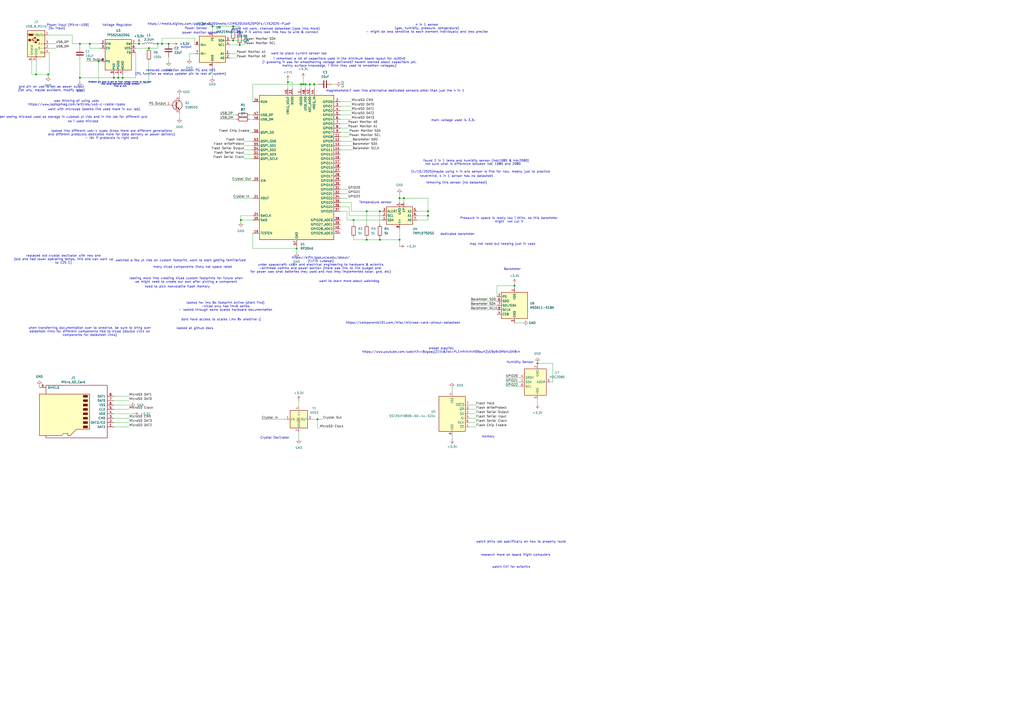
<source format=kicad_sch>
(kicad_sch (version 20250114) (generator "eeschema") (generator_version "9.0")
  (paper "A2")
  (lib_symbols
    (symbol "Connector:Micro_SD_Card" (pin_names (offset 1.016))
      (property "Reference" "J" (at -16.51 15.24 0))
      (property "Value" "Micro_SD_Card" (at 16.51 15.24 0))
      (symbol "Micro_SD_Card_0_1"
        (polyline (pts (xy -8.89 -11.43) (xy -8.89 8.89) (xy -1.27 8.89) (xy 2.54 12.7) (xy 3.81 12.7) (xy 3.81 11.43) (xy 6.35 11.43) (xy 7.62 12.7) (xy 20.32 12.7) (xy 20.32 -11.43) (xy -8.89 -11.43)) (stroke (width 0.254)) (fill (type background)))
        (rectangle (start -7.62 8.255) (end -5.08 6.985) (fill (type outline)))
        (rectangle (start -7.62 5.715) (end -5.08 4.445) (fill (type outline)))
        (rectangle (start -7.62 3.175) (end -5.08 1.905) (fill (type outline)))
        (rectangle (start -7.62 0.635) (end -5.08 -0.635) (fill (type outline)))
        (rectangle (start -7.62 -1.905) (end -5.08 -3.175) (fill (type outline)))
        (rectangle (start -7.62 -4.445) (end -5.08 -5.715) (fill (type outline)))
        (rectangle (start -7.62 -6.985) (end -5.08 -8.255) (fill (type outline)))
        (rectangle (start -7.62 -9.525) (end -5.08 -10.795) (fill (type outline)))
        (polyline (pts (xy 16.51 12.7) (xy 16.51 13.97) (xy -19.05 13.97) (xy -19.05 -16.51) (xy 16.51 -16.51) (xy 16.51 -11.43)) (stroke (width 0.254)))
      )
      (symbol "Micro_SD_Card_1_1"
        (pin bidirectional line (at -22.86 7.62 0) (length 3.81) (name "DAT2") (number "1"))
        (pin bidirectional line (at -22.86 5.08 0) (length 3.81) (name "DAT3/CD") (number "2"))
        (pin input line (at -22.86 2.54 0) (length 3.81) (name "CMD") (number "3"))
        (pin power_in line (at -22.86 0 0) (length 3.81) (name "VDD") (number "4"))
        (pin input line (at -22.86 -2.54 0) (length 3.81) (name "CLK") (number "5"))
        (pin power_in line (at -22.86 -5.08 0) (length 3.81) (name "VSS") (number "6"))
        (pin bidirectional line (at -22.86 -7.62 0) (length 3.81) (name "DAT0") (number "7"))
        (pin bidirectional line (at -22.86 -10.16 0) (length 3.81) (name "DAT1") (number "8"))
        (pin passive line (at 20.32 -15.24 180) (length 3.81) (name "SHIELD") (number "9"))
      )
    )
    (symbol "Connector:USB_B_Micro" (pin_names (offset 1.016))
      (property "Reference" "J2" (at 0 12.7 0))
      (property "Value" "USB_B_Micro" (at 0 10.16 0))
      (symbol "USB_B_Micro_0_1"
        (rectangle (start -5.08 -7.62) (end 5.08 7.62) (stroke (width 0.254)) (fill (type background)))
        (polyline (pts (xy -4.699 5.842) (xy -4.699 5.588) (xy -4.445 4.826) (xy -4.445 4.572) (xy -1.651 4.572) (xy -1.651 4.826) (xy -1.397 5.588) (xy -1.397 5.842) (xy -4.699 5.842)))
        (polyline (pts (xy -4.318 5.588) (xy -1.778 5.588) (xy -2.032 4.826) (xy -4.064 4.826) (xy -4.318 5.588)) (fill (type outline)))
        (circle (center -3.81 2.159) (radius 0.635) (stroke (width 0.254)) (fill (type outline)))
        (polyline (pts (xy -3.175 2.159) (xy -2.54 2.159) (xy -1.27 3.429) (xy -0.635 3.429)) (stroke (width 0.254)))
        (polyline (pts (xy -2.54 2.159) (xy -1.905 2.159) (xy -1.27 0.889) (xy 0 0.889)) (stroke (width 0.254)))
        (polyline (pts (xy -1.905 2.159) (xy 0.635 2.159)) (stroke (width 0.254)))
        (circle (center -0.635 3.429) (radius 0.381) (stroke (width 0.254)) (fill (type outline)))
        (rectangle (start -0.127 -7.62) (end 0.127 -6.858))
        (rectangle (start 0.254 1.27) (end -0.508 0.508) (stroke (width 0.254)) (fill (type outline)))
        (polyline (pts (xy 0.635 2.794) (xy 0.635 1.524) (xy 1.905 2.159) (xy 0.635 2.794)) (stroke (width 0.254)) (fill (type outline)))
        (rectangle (start 5.08 4.953) (end 4.318 5.207))
        (rectangle (start 5.08 -0.127) (end 4.318 0.127))
        (rectangle (start 5.08 -2.667) (end 4.318 -2.413))
        (rectangle (start 5.08 -5.207) (end 4.318 -4.953))
      )
      (symbol "USB_B_Micro_1_1"
        (pin passive line (at -2.54 -10.16 90) (length 2.54) (name "Shield") (number "6"))
        (pin power_out line (at 0 -10.16 90) (length 2.54) (name "GND") (number "5"))
        (pin power_out line (at 7.62 5.08 180) (length 2.54) (name "VBUS") (number "1"))
        (pin bidirectional line (at 7.62 0 180) (length 2.54) (name "D+") (number "3"))
        (pin bidirectional line (at 7.62 -2.54 180) (length 2.54) (name "D-") (number "2"))
        (pin passive line (at 7.62 -5.08 180) (length 2.54) (name "ID") (number "4"))
      )
    )
    (symbol "Device:C" (pin_numbers (hide yes)) (pin_names (offset 0.254))
      (property "Reference" "C" (at 0.635 2.54 0))
      (property "Value" "C" (at 0.635 -2.54 0))
      (symbol "C_0_1"
        (polyline (pts (xy -2.032 0.762) (xy 2.032 0.762)) (stroke (width 0.508)))
        (polyline (pts (xy -2.032 -0.762) (xy 2.032 -0.762)) (stroke (width 0.508)))
      )
      (symbol "C_1_1"
        (pin passive line (at 0 3.81 270) (length 2.794) (name "~") (number "1"))
        (pin passive line (at 0 -3.81 90) (length 2.794) (name "~") (number "2"))
      )
    )
    (symbol "Device:L" (pin_numbers (hide yes)) (pin_names (offset 1.016) (hide yes))
      (property "Reference" "L" (at -1.27 0 90))
      (property "Value" "L" (at 1.905 0 90))
      (symbol "L_0_1"
        (arc (start 0 2.54) (mid 0.6323 1.905) (end 0 1.27))
        (arc (start 0 1.27) (mid 0.6323 0.635) (end 0 0))
        (arc (start 0 0) (mid 0.6323 -0.635) (end 0 -1.27))
        (arc (start 0 -1.27) (mid 0.6323 -1.905) (end 0 -2.54))
      )
      (symbol "L_1_1"
        (pin passive line (at 0 3.81 270) (length 1.27) (name "1") (number "1"))
        (pin passive line (at 0 -3.81 90) (length 1.27) (name "2") (number "2"))
      )
    )
    (symbol "Device:R" (pin_numbers (hide yes)) (pin_names (offset 0))
      (property "Reference" "R" (at 2.032 0 90))
      (property "Value" "R" (at 0 0 90))
      (symbol "R_0_1"
        (rectangle (start -1.016 -2.54) (end 1.016 2.54) (stroke (width 0.254)))
      )
      (symbol "R_1_1"
        (pin passive line (at 0 3.81 270) (length 1.27) (name "~") (number "1"))
        (pin passive line (at 0 -3.81 90) (length 1.27) (name "~") (number "2"))
      )
    )
    (symbol "MCU_RaspberryPi:RP2040"
      (property "Reference" "U" (at 17.78 45.72 0))
      (property "Value" "RP2040" (at 17.78 43.18 0))
      (symbol "RP2040_0_1"
        (rectangle (start -21.59 41.91) (end 21.59 -41.91) (stroke (width 0.254)) (fill (type background)))
      )
      (symbol "RP2040_1_1"
        (pin input line (at -25.4 38.1 0) (length 3.81) (name "RUN") (number "26"))
        (pin bidirectional line (at -25.4 30.48 0) (length 3.81) (name "USB_DP") (number "47"))
        (pin bidirectional line (at -25.4 27.94 0) (length 3.81) (name "USB_DM") (number "46"))
        (pin bidirectional line (at -25.4 20.32 0) (length 3.81) (name "QSPI_SS") (number "56"))
        (pin bidirectional line (at -25.4 15.24 0) (length 3.81) (name "QSPI_SD0") (number "53"))
        (pin bidirectional line (at -25.4 12.7 0) (length 3.81) (name "QSPI_SD1") (number "55"))
        (pin bidirectional line (at -25.4 10.16 0) (length 3.81) (name "QSPI_SD2") (number "54"))
        (pin bidirectional line (at -25.4 7.62 0) (length 3.81) (name "QSPI_SD3") (number "51"))
        (pin output line (at -25.4 5.08 0) (length 3.81) (name "QSPI_SCLK") (number "52"))
        (pin input line (at -25.4 -7.62 0) (length 3.81) (name "XIN") (number "20"))
        (pin passive line (at -25.4 -17.78 0) (length 3.81) (name "XOUT") (number "21"))
        (pin input line (at -25.4 -27.94 0) (length 3.81) (name "SWCLK") (number "24"))
        (pin bidirectional line (at -25.4 -30.48 0) (length 3.81) (name "SWD") (number "25"))
        (pin input line (at -25.4 -38.1 0) (length 3.81) (name "TESTEN") (number "19"))
        (pin power_out line (at -5.08 45.72 270) (length 3.81) (name "VREG_VOUT") (number "45"))
        (pin power_in line (at -2.54 45.72 270) (length 3.81) (name "DVDD") (number "23"))
        (pin passive line (at -2.54 45.72 270) (length 3.81) (hide yes) (name "DVDD") (number "50"))
        (pin power_in line (at 0 -45.72 90) (length 3.81) (name "GND") (number "57"))
        (pin power_in line (at 2.54 45.72 270) (length 3.81) (name "IOVDD") (number "1"))
        (pin passive line (at 2.54 45.72 270) (length 3.81) (hide yes) (name "IOVDD") (number "10"))
        (pin passive line (at 2.54 45.72 270) (length 3.81) (hide yes) (name "IOVDD") (number "22"))
        (pin passive line (at 2.54 45.72 270) (length 3.81) (hide yes) (name "IOVDD") (number "33"))
        (pin passive line (at 2.54 45.72 270) (length 3.81) (hide yes) (name "IOVDD") (number "42"))
        (pin passive line (at 2.54 45.72 270) (length 3.81) (hide yes) (name "IOVDD") (number "49"))
        (pin power_in line (at 5.08 45.72 270) (length 3.81) (name "USB_VDD") (number "48"))
        (pin power_in line (at 7.62 45.72 270) (length 3.81) (name "ADC_AVDD") (number "43"))
        (pin power_in line (at 10.16 45.72 270) (length 3.81) (name "VREG_IN") (number "44"))
        (pin bidirectional line (at 25.4 38.1 180) (length 3.81) (name "GPIO0") (number "2"))
        (pin bidirectional line (at 25.4 35.56 180) (length 3.81) (name "GPIO1") (number "3"))
        (pin bidirectional line (at 25.4 33.02 180) (length 3.81) (name "GPIO2") (number "4"))
        (pin bidirectional line (at 25.4 30.48 180) (length 3.81) (name "GPIO3") (number "5"))
        (pin bidirectional line (at 25.4 27.94 180) (length 3.81) (name "GPIO4") (number "6"))
        (pin bidirectional line (at 25.4 25.4 180) (length 3.81) (name "GPIO5") (number "7"))
        (pin bidirectional line (at 25.4 22.86 180) (length 3.81) (name "GPIO6") (number "8"))
        (pin bidirectional line (at 25.4 20.32 180) (length 3.81) (name "GPIO7") (number "9"))
        (pin bidirectional line (at 25.4 17.78 180) (length 3.81) (name "GPIO8") (number "11"))
        (pin bidirectional line (at 25.4 15.24 180) (length 3.81) (name "GPIO9") (number "12"))
        (pin bidirectional line (at 25.4 12.7 180) (length 3.81) (name "GPIO10") (number "13"))
        (pin bidirectional line (at 25.4 10.16 180) (length 3.81) (name "GPIO11") (number "14"))
        (pin bidirectional line (at 25.4 7.62 180) (length 3.81) (name "GPIO12") (number "15"))
        (pin bidirectional line (at 25.4 5.08 180) (length 3.81) (name "GPIO13") (number "16"))
        (pin bidirectional line (at 25.4 2.54 180) (length 3.81) (name "GPIO14") (number "17"))
        (pin bidirectional line (at 25.4 0 180) (length 3.81) (name "GPIO15") (number "18"))
        (pin bidirectional line (at 25.4 -2.54 180) (length 3.81) (name "GPIO16") (number "27"))
        (pin bidirectional line (at 25.4 -5.08 180) (length 3.81) (name "GPIO17") (number "28"))
        (pin bidirectional line (at 25.4 -7.62 180) (length 3.81) (name "GPIO18") (number "29"))
        (pin bidirectional line (at 25.4 -10.16 180) (length 3.81) (name "GPIO19") (number "30"))
        (pin bidirectional line (at 25.4 -12.7 180) (length 3.81) (name "GPIO20") (number "31"))
        (pin bidirectional line (at 25.4 -15.24 180) (length 3.81) (name "GPIO21") (number "32"))
        (pin bidirectional line (at 25.4 -17.78 180) (length 3.81) (name "GPIO22") (number "34"))
        (pin bidirectional line (at 25.4 -20.32 180) (length 3.81) (name "GPIO23") (number "35"))
        (pin bidirectional line (at 25.4 -22.86 180) (length 3.81) (name "GPIO24") (number "36"))
        (pin bidirectional line (at 25.4 -25.4 180) (length 3.81) (name "GPIO25") (number "37"))
        (pin bidirectional line (at 25.4 -30.48 180) (length 3.81) (name "GPIO26_ADC0") (number "38"))
        (pin bidirectional line (at 25.4 -33.02 180) (length 3.81) (name "GPIO27_ADC1") (number "39"))
        (pin bidirectional line (at 25.4 -35.56 180) (length 3.81) (name "GPIO28_ADC2") (number "40"))
        (pin bidirectional line (at 25.4 -38.1 180) (length 3.81) (name "GPIO29_ADC3") (number "41"))
      )
    )
    (symbol "Memory_Flash:SST25VF080B-50-4x-S2Ax"
      (property "Reference" "U" (at -6.35 11.43 0))
      (property "Value" "SST25VF080B-50-4x-S2Ax" (at 13.97 11.43 0))
      (symbol "SST25VF080B-50-4x-S2Ax_0_1"
        (rectangle (start -7.62 10.16) (end 7.62 -10.16) (stroke (width 0.254)) (fill (type background)))
      )
      (symbol "SST25VF080B-50-4x-S2Ax_1_1"
        (pin input line (at -10.16 7.62 0) (length 2.54) (name "~{CE}") (number "1"))
        (pin input line (at -10.16 5.08 0) (length 2.54) (name "SCK") (number "6"))
        (pin input line (at -10.16 2.54 0) (length 2.54) (name "SI") (number "5"))
        (pin output line (at -10.16 0 0) (length 2.54) (name "SO") (number "2"))
        (pin input line (at -10.16 -2.54 0) (length 2.54) (name "~{WP}") (number "3"))
        (pin input line (at -10.16 -5.08 0) (length 2.54) (name "~{HOLD}") (number "7"))
        (pin power_in line (at 0 12.7 270) (length 2.54) (name "VDD") (number "8"))
        (pin power_in line (at 0 -12.7 90) (length 2.54) (name "VSS") (number "4"))
      )
    )
    (symbol "Oscillator:XO53" (pin_names (offset 0.254))
      (property "Reference" "Y" (at -5.08 6.35 0))
      (property "Value" "XO53" (at 1.27 -6.35 0))
      (symbol "XO53_0_1"
        (rectangle (start -5.08 5.08) (end 5.08 -5.08) (stroke (width 0.254)) (fill (type background)))
        (polyline (pts (xy 0.762 -0.762) (xy 0.508 -0.762) (xy 0.508 0.762) (xy 0 0.762) (xy 0 -0.762) (xy -0.508 -0.762) (xy -0.508 0.762) (xy -1.016 0.762) (xy -1.016 -0.762) (xy -1.27 -0.762)))
      )
      (symbol "XO53_1_1"
        (pin input line (at -7.62 0 0) (length 2.54) (name "EN") (number "1"))
        (pin power_in line (at 0 7.62 270) (length 2.54) (name "V+") (number "4"))
        (pin power_in line (at 0 -7.62 90) (length 2.54) (name "GND") (number "2"))
        (pin output line (at 7.62 0 180) (length 2.54) (name "OUT") (number "3"))
      )
    )
    (symbol "Regulator_Switching:TPS62162DSG" (pin_names (offset 0.254))
      (property "Reference" "U3" (at 0 15.24 0))
      (property "Value" "TPS62162DSG" (at 0 12.7 0))
      (symbol "TPS62162DSG_0_1"
        (rectangle (start -7.62 10.16) (end 7.62 -7.62) (stroke (width 0.254)) (fill (type background)))
      )
      (symbol "TPS62162DSG_1_1"
        (pin power_in line (at -10.16 7.62 0) (length 2.54) (name "VIN") (number "2"))
        (pin input line (at -10.16 5.08 0) (length 2.54) (name "EN") (number "3"))
        (pin open_collector line (at -10.16 -2.54 0) (length 2.54) (name "PG") (number "8"))
        (pin power_in line (at -2.54 -10.16 90) (length 2.54) (name "PAD") (number "9"))
        (pin power_in line (at 0 -10.16 90) (length 2.54) (name "PGND") (number "1"))
        (pin power_in line (at 2.54 -10.16 90) (length 2.54) (name "AGND") (number "4"))
        (pin power_out line (at 10.16 7.62 180) (length 2.54) (name "SW") (number "7"))
        (pin input line (at 10.16 5.08 180) (length 2.54) (name "VOS") (number "6"))
        (pin input line (at 10.16 2.54 180) (length 2.54) (name "FB") (number "5"))
      )
    )
    (symbol "Sensor_Energy:INA219AxD"
      (property "Reference" "U" (at -6.35 8.89 0))
      (property "Value" "INA219AxD" (at 5.08 8.89 0))
      (symbol "INA219AxD_0_1"
        (rectangle (start -7.62 7.62) (end 7.62 -7.62) (stroke (width 0.254)) (fill (type background)))
      )
      (symbol "INA219AxD_1_1"
        (pin input line (at -10.16 2.54 0) (length 2.54) (name "IN+") (number "8"))
        (pin input line (at -10.16 -2.54 0) (length 2.54) (name "IN-") (number "7"))
        (pin power_in line (at 0 10.16 270) (length 2.54) (name "VS") (number "5"))
        (pin power_in line (at 0 -10.16 90) (length 2.54) (name "GND") (number "6"))
        (pin bidirectional line (at 10.16 5.08 180) (length 2.54) (name "SDA") (number "3"))
        (pin input line (at 10.16 2.54 180) (length 2.54) (name "SCL") (number "4"))
        (pin input line (at 10.16 -2.54 180) (length 2.54) (name "A1") (number "1"))
        (pin input line (at 10.16 -5.08 180) (length 2.54) (name "A0") (number "2"))
      )
    )
    (symbol "Sensor_Humidity:HDC2080"
      (property "Reference" "U" (at -6.35 8.89 0))
      (property "Value" "HDC2080" (at 2.54 8.89 0))
      (symbol "HDC2080_0_1"
        (rectangle (start -7.62 7.62) (end 5.08 -7.62) (stroke (width 0.254)) (fill (type background)))
      )
      (symbol "HDC2080_1_1"
        (pin input line (at -10.16 0 0) (length 2.54) (name "ADDR") (number "3"))
        (pin no_connect line (at -7.62 -2.54 0) (length 2.54) (hide yes) (name "EP") (number "7"))
        (pin power_in line (at -2.54 10.16 270) (length 2.54) (name "VDD") (number "5"))
        (pin power_in line (at -2.54 -10.16 90) (length 2.54) (name "GND") (number "2"))
        (pin input line (at 7.62 2.54 180) (length 2.54) (name "SCL") (number "6"))
        (pin bidirectional line (at 7.62 0 180) (length 2.54) (name "SDA") (number "1"))
        (pin output line (at 7.62 -2.54 180) (length 2.54) (name "DRDY") (number "4"))
      )
    )
    (symbol "Sensor_Pressure:MS5611-01BA"
      (property "Reference" "U" (at -6.35 8.89 0))
      (property "Value" "MS5611-01BA" (at 7.62 8.89 0))
      (symbol "MS5611-01BA_0_1"
        (rectangle (start -7.62 7.62) (end 7.62 -7.62) (stroke (width 0.254)) (fill (type background)))
      )
      (symbol "MS5611-01BA_1_1"
        (pin input line (at -10.16 5.08 0) (length 2.54) (name "PS") (number "2"))
        (pin output line (at -10.16 2.54 0) (length 2.54) (name "SDO") (number "6"))
        (pin bidirectional line (at -10.16 0 0) (length 2.54) (name "SDI/SDA") (number "7"))
        (pin input line (at -10.16 -2.54 0) (length 2.54) (name "SCLK") (number "8"))
        (pin input line (at -10.16 -5.08 0) (length 2.54) (name "CSB") (number "4"))
        (pin input line (at -10.16 -5.08 0) (length 2.54) (hide yes) (name "CSB") (number "5"))
        (pin power_in line (at 0 10.16 270) (length 2.54) (name "VDD") (number "1"))
        (pin power_in line (at 0 -10.16 90) (length 2.54) (name "GND") (number "3"))
      )
    )
    (symbol "Sensor_Temperature:TMP1075DSG"
      (property "Reference" "U" (at -6.35 6.35 0))
      (property "Value" "TMP1075DSG" (at 6.35 6.35 0))
      (symbol "TMP1075DSG_0_1"
        (rectangle (start -7.62 5.08) (end 7.62 -5.08) (stroke (width 0.254)) (fill (type background)))
      )
      (symbol "TMP1075DSG_1_1"
        (pin input line (at -10.16 2.54 0) (length 2.54) (name "A0") (number "7"))
        (pin input line (at -10.16 0 0) (length 2.54) (name "A1") (number "6"))
        (pin input line (at -10.16 -2.54 0) (length 2.54) (name "A2") (number "5"))
        (pin passive line (at -2.54 -7.62 90) (length 2.54) (name "EP") (number "9"))
        (pin power_in line (at 0 7.62 270) (length 2.54) (name "V+") (number "8"))
        (pin power_in line (at 0 -7.62 90) (length 2.54) (name "GND") (number "4"))
        (pin bidirectional line (at 10.16 2.54 180) (length 2.54) (name "SDA") (number "1"))
        (pin input line (at 10.16 0 180) (length 2.54) (name "SCL") (number "2"))
        (pin open_collector line (at 10.16 -2.54 180) (length 2.54) (name "ALERT") (number "3"))
      )
    )
    (symbol "Transistor_BJT:SS8050" (pin_names (offset 0) (hide yes))
      (property "Reference" "Q" (at 5.08 1.905 0))
      (property "Value" "SS8050" (at 5.08 0 0))
      (symbol "SS8050_0_1"
        (polyline (pts (xy -2.54 0) (xy 0.635 0)))
        (polyline (pts (xy 0.635 1.905) (xy 0.635 -1.905)) (stroke (width 0.508)))
        (circle (center 1.27 0) (radius 2.8194) (stroke (width 0.254)))
      )
      (symbol "SS8050_1_1"
        (polyline (pts (xy 0.635 0.635) (xy 2.54 2.54)))
        (polyline (pts (xy 0.635 -0.635) (xy 2.54 -2.54)))
        (polyline (pts (xy 1.27 -1.778) (xy 1.778 -1.27) (xy 2.286 -2.286) (xy 1.27 -1.778)) (fill (type outline)))
        (pin input line (at -5.08 0 0) (length 2.54) (name "B") (number "1"))
        (pin passive line (at 2.54 5.08 270) (length 2.54) (name "C") (number "3"))
        (pin passive line (at 2.54 -5.08 90) (length 2.54) (name "E") (number "2"))
      )
    )
    (symbol "power:+1V1" (power) (pin_numbers (hide yes)) (pin_names (offset 0) (hide yes))
      (property "Value" "+1V1" (at 0 3.556 0))
      (symbol "+1V1_0_1"
        (polyline (pts (xy -0.762 1.27) (xy 0 2.54)))
        (polyline (pts (xy 0 2.54) (xy 0.762 1.27)))
        (polyline (pts (xy 0 0) (xy 0 2.54)))
      )
      (symbol "+1V1_1_1"
        (pin power_in line (at 0 0 90) (length 0) (name "~") (number "1"))
      )
    )
    (symbol "power:+3.3V" (power) (pin_numbers (hide yes)) (pin_names (offset 0) (hide yes))
      (property "Value" "+3.3V" (at 0 3.556 0))
      (symbol "+3.3V_0_1"
        (polyline (pts (xy -0.762 1.27) (xy 0 2.54)))
        (polyline (pts (xy 0 2.54) (xy 0.762 1.27)))
        (polyline (pts (xy 0 0) (xy 0 2.54)))
      )
      (symbol "+3.3V_1_1"
        (pin power_in line (at 0 0 90) (length 0) (name "~") (number "1"))
      )
    )
    (symbol "power:GND" (power) (pin_numbers (hide yes)) (pin_names (offset 0) (hide yes))
      (property "Value" "GND" (at 0 -3.81 0))
      (symbol "GND_0_1"
        (polyline (pts (xy 0 0) (xy 0 -1.27) (xy 1.27 -1.27) (xy 0 -2.54) (xy -1.27 -1.27) (xy 0 -1.27)))
      )
      (symbol "GND_1_1"
        (pin power_in line (at 0 0 270) (length 0) (name "~") (number "1"))
      )
    )
  )
  (text "(4/10/2025)maybe using 4 in one sensor is fine for now, mostly just to practice" (at 278.765 99.695 0) (effects (font (size 1.27 1.27))))
  (text "watch phils lab specifically on how to properly route" (at 302.26 314.325 0) (effects (font (size 1.27 1.27))))
  (text "https://components101.com/misc/microsd-card-pinout-datasheet" (at 233.68 187.325 0) (effects (font (size 1.27 1.27))))
  (text "dont have access to scales i.mx 8x onedrive :(\n" (at 128.27 185.42 0) (effects (font (size 1.27 1.27))))
  (text "nevermind, 4 in 1 sensor has no datasheet" (at 264.795 102.235 0) (effects (font (size 1.27 1.27))))
  (text "4 in 1 sensor\n(gas, humidity, pressure, temperature)\n- might be less sensitive to each element individually and less precise\n" (at 247.65 16.51 0) (effects (font (size 1.27 1.27))))
  (text "so i used microsd" (at 48.26 70.485 0) (effects (font (size 1.27 1.27))))
  (text "looking more into creating kicad custom footprints for future when\nwe might need to create our own after picking a component" (at 107.95 162.56 0) (effects (font (size 1.27 1.27))))
  (text "might not work, checked datasheet (look into more)\n-also if it works look into how to wire & connect" (at 160.02 17.78 0) (effects (font (size 1.27 1.27))))
  (text "magnetometer? look into alternative dedicated sensors other than just the 4 in 1" (at 229.235 52.705 0) (effects (font (size 1.27 1.27))))
  (text "remember seeing microsd used as storage in cubesat yt vids and in the lab for different pcb" (at 39.37 67.945 0) (effects (font (size 1.27 1.27))))
  (text "https://media.digikey.com/pdf/Data%20Sheets/LEM%20USA%20PDFs/LV%2025-P.pdf" (at 127 13.97 0) (effects (font (size 1.27 1.27))))
  (text "i remember a lot of capacitors used in the minimum board layout for rp2040\n(i guessing it was for smoothening voltage delivered? havent learned about capacitors yet,\nmainly surface knowledge, i think they used to smoothen voltages.)" (at 196.85 36.195 0) (effects (font (size 1.27 1.27))))
  (text "Barometer" (at 297.18 156.21 0) (effects (font (size 1.27 1.27))))
  (text "removing this sensor (no datasheet)" (at 264.795 106.045 0) (effects (font (size 1.27 1.27))))
  (text "not sure what is difference between hdc 1080 and 2080" (at 274.32 95.25 0) (effects (font (size 1.27 1.27))))
  (text "went with microusb (seems like used more in our lab)" (at 54.61 63.5 0) (effects (font (size 1.27 1.27))))
  (text "oresat playlist:\nhttps://www.youtube.com/watch?v=Bzgoayj21Vc&list=PLErHfvfxHlH09auH2yG9p9x0MbHu5K8v4" (at 255.905 203.2 0) (effects (font (size 1.27 1.27))))
  (text "looked at github docs\n" (at 113.03 190.5 0) (effects (font (size 1.27 1.27))))
  (text "Power Sensor" (at 113.665 16.51 0) (effects (font (size 1.27 1.27))))
  (text "Power input (Micro-USB)" (at 39.37 14.605 0) (effects (font (size 1.27 1.27))))
  (text "output" (at 107.95 27.305 0) (effects (font (size 1.27 1.27))))
  (text "watch EAT for avionics" (at 296.545 328.93 0) (effects (font (size 1.27 1.27))))
  (text "removed connection between PG and VOS\n(PG function as status updater pin to rest of system)\n" (at 104.775 41.91 0) (effects (font (size 1.27 1.27))))
  (text "memory" (at 283.21 253.365 0) (effects (font (size 1.27 1.27))))
  (text "many kicad components likely not space rated\n" (at 111.76 154.94 0) (effects (font (size 1.27 1.27))))
  (text "was thinking of using usbc\nhttps://www.laptopmag.com/articles/usb-c-cable-types\n" (at 44.45 59.69 0) (effects (font (size 1.27 1.27))))
  (text "power monitor sensor\n" (at 116.205 19.05 0) (effects (font (size 1.27 1.27))))
  (text "dedicated barometer" (at 265.43 135.89 0) (effects (font (size 1.27 1.27))))
  (text "need to pick nonvolatile flash memory" (at 102.87 166.37 0) (effects (font (size 1.27 1.27))))
  (text "Crystal Oscillator" (at 159.385 254 0) (effects (font (size 1.27 1.27))))
  (text "Pressure in space is really low i think, so this barometer\nmight  not cut it" (at 295.275 127.635 0) (effects (font (size 1.27 1.27))))
  (text "Humidity Sensor" (at 301.625 210.185 0) (effects (font (size 1.27 1.27))))
  (text "want to place current sensor too" (at 173.355 31.115 0) (effects (font (size 1.27 1.27))))
  (text "Voltage Regulator" (at 67.945 14.605 0) (effects (font (size 1.27 1.27))))
  (text "found 2 in 1 temp and humidity sensor (hdc1080 & hdc2080)" (at 276.225 93.345 0) (effects (font (size 1.27 1.27))))
  (text "https://elfin.igpp.ucla.edu/about/\n(ELFIN cubesat)\nunder spacecraft: cd&h and electrical engineering to hardware & avionics\n-skimmed comms and power section (there was link to link budget and \nfor power was what batteries they used and how they implemented solar, gnd, etc)" (at 186.055 153.67 0) (effects (font (size 1.27 1.27))))
  (text "watched a few yt vids on custom footprint, want to start getting familiarized" (at 104.775 151.13 0) (effects (font (size 1.27 1.27))))
  (text "want to learn more about watchdog" (at 202.565 163.195 0) (effects (font (size 1.27 1.27))))
  (text "looked for imx 8x footprint online (didnt find)\n-kicad only has imx6 series\n- looked through some scales hardware documentation" (at 130.81 177.8 0) (effects (font (size 1.27 1.27))))
  (text "may not need but keeping just in case\n" (at 291.465 141.605 0) (effects (font (size 1.27 1.27))))
  (text "research more on board flight computers\n" (at 299.085 321.945 0) (effects (font (size 1.27 1.27))))
  (text "feedback pin goes to gnd on fixed voltage version of regulator \n(not using adjustable voltage version)\nfixed at 3.3v\n" (at 69.85 48.895 0) (effects (font (size 0.75 0.75))))
  (text "looked into different usb-c types (know there are different generations\nand different protocols dedicated more for data delivery or power delivery)\n- idk if protocols is right word" (at 64.77 78.105 0) (effects (font (size 1.27 1.27))))
  (text "replaced old crystal oscillator with new one\n(old one had lower operating temps, this one can work up\nto 125 C)" (at 36.83 150.495 0) (effects (font (size 1.27 1.27))))
  (text "(5v input)" (at 33.02 16.51 0) (effects (font (size 1.27 1.27))))
  (text "Temperature sensor" (at 217.805 117.475 0) (effects (font (size 1.27 1.27))))
  (text "gnd pin on usb is set as power output\n(idk why, maybe accident, modify later)" (at 29.845 51.435 0) (effects (font (size 1.27 1.27))))
  (text "when transferring documentation over to onedrive, be sure to bring over\ndatasheet links for different components tied to kicad (double click on\ncomponents for datasheet links)" (at 52.07 192.405 0) (effects (font (size 1.27 1.27))))
  (text "main voltage used is 3.3v" (at 262.89 69.85 0) (effects (font (size 1.27 1.27))))
  (junction (at 212.725 139.065))
  (junction (at 234.315 114.935))
  (junction (at 80.645 25.4))
  (junction (at 212.725 122.555))
  (junction (at 248.285 125.095))
  (junction (at 231.775 114.935))
  (junction (at 179.705 48.895))
  (junction (at 71.12 45.085))
  (junction (at 93.98 25.4))
  (junction (at 46.355 45.085))
  (junction (at 139.065 26.035))
  (junction (at 177.165 48.895))
  (junction (at 167.005 47.625))
  (junction (at 311.785 210.82))
  (junction (at 20.955 43.18))
  (junction (at 57.15 35.56))
  (junction (at 97.79 25.4))
  (junction (at 27.94 43.18))
  (junction (at 86.36 27.94))
  (junction (at 175.895 48.895))
  (junction (at 298.45 165.735))
  (junction (at 66.04 45.085))
  (junction (at 46.355 25.4))
  (junction (at 205.105 127.635))
  (junction (at 248.285 122.555))
  (junction (at 91.44 25.4))
  (junction (at 68.58 45.085))
  (junction (at 184.15 243.205))
  (junction (at 135.255 15.24))
  (junction (at 220.345 139.065))
  (junction (at 139.7 127.635))
  (junction (at 220.345 122.555))
  (junction (at 52.07 25.4))
  (junction (at 172.085 144.145))
  (junction (at 135.255 23.495))
  (junction (at 123.19 15.24))
  (junction (at 174.625 48.895))
  (junction (at 182.245 48.895))
  (junction (at 231.775 139.065))
  (wire (pts (xy 174.625 48.895) (xy 175.895 48.895)))
  (wire (pts (xy 109.855 34.29) (xy 109.855 31.115)))
  (wire (pts (xy 273.05 177.165) (xy 288.29 177.165)))
  (wire (pts (xy 319.405 221.615) (xy 320.675 221.615)))
  (wire (pts (xy 146.685 135.255) (xy 146.685 144.145)))
  (wire (pts (xy 182.245 51.435) (xy 182.245 48.895)))
  (wire (pts (xy 231.775 132.715) (xy 231.775 139.065)))
  (wire (pts (xy 179.705 48.895) (xy 182.245 48.895)))
  (wire (pts (xy 28.575 20.32) (xy 41.91 20.32)))
  (wire (pts (xy 28.575 25.4) (xy 32.385 25.4)))
  (wire (pts (xy 91.44 27.94) (xy 91.44 25.4)))
  (wire (pts (xy 139.065 15.24) (xy 139.065 18.415)))
  (wire (pts (xy 262.255 252.73) (xy 262.255 254.635)))
  (wire (pts (xy 123.19 15.24) (xy 123.19 18.415)))
  (wire (pts (xy 78.74 25.4) (xy 80.645 25.4)))
  (wire (pts (xy 22.86 223.52) (xy 22.86 224.79)))
  (wire (pts (xy 78.74 30.48) (xy 78.74 45.085)))
  (wire (pts (xy 135.255 114.935) (xy 146.685 114.935)))
  (wire (pts (xy 220.345 122.555) (xy 221.615 122.555)))
  (wire (pts (xy 144.78 69.215) (xy 146.685 69.215)))
  (wire (pts (xy 139.7 127.635) (xy 139.7 128.905)))
  (wire (pts (xy 212.725 137.795) (xy 212.725 139.065)))
  (wire (pts (xy 311.785 210.185) (xy 311.785 210.82)))
  (wire (pts (xy 50.165 35.56) (xy 57.15 35.56)))
  (wire (pts (xy 57.15 35.56) (xy 58.42 35.56)))
  (wire (pts (xy 212.725 139.065) (xy 220.345 139.065)))
  (wire (pts (xy 169.545 51.435) (xy 169.545 47.625)))
  (wire (pts (xy 203.835 122.555) (xy 203.835 117.475)))
  (wire (pts (xy 139.065 26.035) (xy 141.605 26.035)))
  (wire (pts (xy 197.485 86.995) (xy 204.47 86.995)))
  (wire (pts (xy 127.635 66.675) (xy 137.16 66.675)))
  (wire (pts (xy 248.285 125.095) (xy 248.285 122.555)))
  (wire (pts (xy 146.685 125.095) (xy 139.7 125.095)))
  (wire (pts (xy 66.04 247.65) (xy 74.93 247.65)))
  (wire (pts (xy 46.355 25.4) (xy 52.07 25.4)))
  (wire (pts (xy 133.35 26.035) (xy 139.065 26.035)))
  (wire (pts (xy 197.485 117.475) (xy 203.835 117.475)))
  (wire (pts (xy 133.35 33.655) (xy 137.16 33.655)))
  (wire (pts (xy 197.485 69.215) (xy 203.835 69.215)))
  (wire (pts (xy 212.725 122.555) (xy 212.725 130.175)))
  (wire (pts (xy 41.91 20.32) (xy 41.91 25.4)))
  (wire (pts (xy 28.575 43.18) (xy 27.94 43.18)))
  (wire (pts (xy 18.415 43.18) (xy 20.955 43.18)))
  (wire (pts (xy 293.37 224.155) (xy 301.625 224.155)))
  (wire (pts (xy 293.37 221.615) (xy 301.625 221.615)))
  (wire (pts (xy 113.03 22.225) (xy 93.98 22.225)))
  (wire (pts (xy 201.295 122.555) (xy 201.295 127.635)))
  (wire (pts (xy 205.105 139.065) (xy 212.725 139.065)))
  (wire (pts (xy 90.17 25.4) (xy 91.44 25.4)))
  (wire (pts (xy 173.355 232.41) (xy 173.355 235.585)))
  (wire (pts (xy 139.7 127.635) (xy 146.685 127.635)))
  (wire (pts (xy 311.785 231.775) (xy 311.785 234.315)))
  (wire (pts (xy 68.58 45.085) (xy 71.12 45.085)))
  (wire (pts (xy 197.485 114.935) (xy 201.93 114.935)))
  (wire (pts (xy 205.105 127.635) (xy 221.615 127.635)))
  (wire (pts (xy 203.835 122.555) (xy 212.725 122.555)))
  (wire (pts (xy 151.765 243.205) (xy 165.735 243.205)))
  (wire (pts (xy 248.285 127.635) (xy 248.285 125.095)))
  (wire (pts (xy 86.36 48.26) (xy 57.15 48.26)))
  (wire (pts (xy 167.005 47.625) (xy 167.005 51.435)))
  (wire (pts (xy 272.415 234.95) (xy 276.225 234.95)))
  (wire (pts (xy 20.955 35.56) (xy 20.955 43.18)))
  (wire (pts (xy 144.78 66.675) (xy 146.685 66.675)))
  (wire (pts (xy 86.36 60.96) (xy 96.52 60.96)))
  (wire (pts (xy 123.19 13.97) (xy 123.19 15.24)))
  (wire (pts (xy 169.545 47.625) (xy 167.005 47.625)))
  (wire (pts (xy 197.485 59.055) (xy 203.835 59.055)))
  (wire (pts (xy 71.12 45.085) (xy 78.74 45.085)))
  (wire (pts (xy 241.935 125.095) (xy 248.285 125.095)))
  (wire (pts (xy 231.775 112.395) (xy 231.775 114.935)))
  (wire (pts (xy 52.07 25.4) (xy 58.42 25.4)))
  (wire (pts (xy 272.415 245.11) (xy 276.225 245.11)))
  (wire (pts (xy 66.04 43.18) (xy 66.04 45.085)))
  (wire (pts (xy 172.085 142.875) (xy 172.085 144.145)))
  (wire (pts (xy 320.675 210.82) (xy 311.785 210.82)))
  (wire (pts (xy 28.575 27.94) (xy 32.385 27.94)))
  (wire (pts (xy 134.62 104.775) (xy 146.685 104.775)))
  (wire (pts (xy 80.645 25.4) (xy 82.55 25.4)))
  (wire (pts (xy 320.675 221.615) (xy 320.675 210.82)))
  (wire (pts (xy 52.07 25.4) (xy 52.07 27.94)))
  (wire (pts (xy 192.405 48.895) (xy 194.945 48.895)))
  (wire (pts (xy 66.04 229.87) (xy 74.93 229.87)))
  (wire (pts (xy 172.085 144.145) (xy 172.085 146.685)))
  (wire (pts (xy 272.415 242.57) (xy 276.225 242.57)))
  (wire (pts (xy 184.15 248.285) (xy 184.15 243.205)))
  (wire (pts (xy 197.485 71.755) (xy 201.93 71.755)))
  (wire (pts (xy 205.105 137.795) (xy 205.105 139.065)))
  (wire (pts (xy 68.58 45.085) (xy 66.04 45.085)))
  (wire (pts (xy 311.785 210.82) (xy 311.785 211.455)))
  (wire (pts (xy 231.775 114.935) (xy 231.775 117.475)))
  (wire (pts (xy 205.105 127.635) (xy 205.105 130.175)))
  (wire (pts (xy 220.345 139.065) (xy 231.775 139.065)))
  (wire (pts (xy 18.415 35.56) (xy 18.415 43.18)))
  (wire (pts (xy 201.295 127.635) (xy 205.105 127.635)))
  (wire (pts (xy 28.575 30.48) (xy 28.575 43.18)))
  (wire (pts (xy 123.19 45.085) (xy 123.19 38.735)))
  (wire (pts (xy 93.98 22.225) (xy 93.98 25.4)))
  (wire (pts (xy 27.94 43.18) (xy 27.94 44.45)))
  (wire (pts (xy 113.03 26.035) (xy 113.03 22.225)))
  (wire (pts (xy 234.315 114.935) (xy 231.775 114.935)))
  (wire (pts (xy 234.315 117.475) (xy 234.315 114.935)))
  (wire (pts (xy 221.615 125.095) (xy 202.565 125.095)))
  (wire (pts (xy 66.04 242.57) (xy 74.93 242.57)))
  (wire (pts (xy 78.74 27.94) (xy 86.36 27.94)))
  (wire (pts (xy 180.975 243.205) (xy 184.15 243.205)))
  (wire (pts (xy 97.79 33.02) (xy 97.79 35.56)))
  (wire (pts (xy 197.485 64.135) (xy 203.835 64.135)))
  (wire (pts (xy 66.04 245.11) (xy 74.93 245.11)))
  (wire (pts (xy 139.7 125.095) (xy 139.7 127.635)))
  (wire (pts (xy 273.05 174.625) (xy 288.29 174.625)))
  (wire (pts (xy 197.485 122.555) (xy 201.295 122.555)))
  (wire (pts (xy 20.955 43.18) (xy 27.94 43.18)))
  (wire (pts (xy 220.345 137.795) (xy 220.345 139.065)))
  (wire (pts (xy 66.04 234.95) (xy 75.565 234.95)))
  (wire (pts (xy 135.255 23.495) (xy 141.605 23.495)))
  (wire (pts (xy 177.165 48.895) (xy 175.895 48.895)))
  (wire (pts (xy 197.485 79.375) (xy 202.565 79.375)))
  (wire (pts (xy 174.625 48.895) (xy 174.625 51.435)))
  (wire (pts (xy 86.36 35.56) (xy 86.36 48.26)))
  (wire (pts (xy 141.605 89.535) (xy 146.685 89.535)))
  (wire (pts (xy 141.605 81.915) (xy 146.685 81.915)))
  (wire (pts (xy 66.04 232.41) (xy 74.93 232.41)))
  (wire (pts (xy 146.685 48.895) (xy 174.625 48.895)))
  (wire (pts (xy 241.935 122.555) (xy 248.285 122.555)))
  (wire (pts (xy 71.12 43.18) (xy 71.12 45.085)))
  (wire (pts (xy 288.29 165.735) (xy 288.29 172.085)))
  (wire (pts (xy 97.79 25.4) (xy 100.33 25.4)))
  (wire (pts (xy 197.485 74.295) (xy 201.93 74.295)))
  (wire (pts (xy 177.165 48.895) (xy 179.705 48.895)))
  (wire (pts (xy 202.565 125.095) (xy 202.565 120.015)))
  (wire (pts (xy 293.37 219.075) (xy 301.625 219.075)))
  (wire (pts (xy 197.485 109.855) (xy 201.93 109.855)))
  (wire (pts (xy 66.04 237.49) (xy 74.93 237.49)))
  (wire (pts (xy 167.005 46.355) (xy 167.005 47.625)))
  (wire (pts (xy 175.895 45.085) (xy 175.895 48.895)))
  (wire (pts (xy 197.485 84.455) (xy 204.47 84.455)))
  (wire (pts (xy 46.355 45.085) (xy 66.04 45.085)))
  (wire (pts (xy 197.485 120.015) (xy 202.565 120.015)))
  (wire (pts (xy 220.345 122.555) (xy 220.345 130.175)))
  (wire (pts (xy 177.165 51.435) (xy 177.165 48.895)))
  (wire (pts (xy 104.14 66.04) (xy 104.14 68.58)))
  (wire (pts (xy 133.35 31.115) (xy 137.16 31.115)))
  (wire (pts (xy 298.45 165.735) (xy 288.29 165.735)))
  (wire (pts (xy 135.255 15.24) (xy 139.065 15.24)))
  (wire (pts (xy 41.91 25.4) (xy 46.355 25.4)))
  (wire (pts (xy 212.725 122.555) (xy 220.345 122.555)))
  (wire (pts (xy 179.705 51.435) (xy 179.705 48.895)))
  (wire (pts (xy 182.245 48.895) (xy 184.785 48.895)))
  (wire (pts (xy 197.485 66.675) (xy 203.835 66.675)))
  (wire (pts (xy 272.415 240.03) (xy 276.225 240.03)))
  (wire (pts (xy 141.605 92.075) (xy 146.685 92.075)))
  (wire (pts (xy 135.255 15.24) (xy 135.255 15.875)))
  (wire (pts (xy 273.05 179.705) (xy 288.29 179.705)))
  (wire (pts (xy 46.355 27.305) (xy 46.355 25.4)))
  (wire (pts (xy 46.355 34.925) (xy 46.355 45.085)))
  (wire (pts (xy 262.255 224.79) (xy 262.255 227.33)))
  (wire (pts (xy 173.355 250.825) (xy 173.355 254.635)))
  (wire (pts (xy 91.44 25.4) (xy 93.98 25.4)))
  (wire (pts (xy 68.58 43.18) (xy 68.58 45.085)))
  (wire (pts (xy 185.42 248.285) (xy 184.15 248.285)))
  (wire (pts (xy 197.485 61.595) (xy 203.835 61.595)))
  (wire (pts (xy 146.685 48.895) (xy 146.685 59.055)))
  (wire (pts (xy 52.07 27.94) (xy 58.42 27.94)))
  (wire (pts (xy 104.14 54.61) (xy 104.14 55.88)))
  (wire (pts (xy 144.78 76.835) (xy 146.685 76.835)))
  (wire (pts (xy 184.15 243.205) (xy 187.325 243.205)))
  (wire (pts (xy 298.45 187.325) (xy 303.53 187.325)))
  (wire (pts (xy 234.315 114.935) (xy 248.285 114.935)))
  (wire (pts (xy 141.605 84.455) (xy 146.685 84.455)))
  (wire (pts (xy 197.485 76.835) (xy 202.565 76.835)))
  (wire (pts (xy 272.415 247.65) (xy 276.225 247.65)))
  (wire (pts (xy 123.19 15.24) (xy 135.255 15.24)))
  (wire (pts (xy 241.935 127.635) (xy 248.285 127.635)))
  (wire (pts (xy 86.36 27.94) (xy 91.44 27.94)))
  (wire (pts (xy 272.415 237.49) (xy 276.225 237.49)))
  (wire (pts (xy 248.285 122.555) (xy 248.285 114.935)))
  (wire (pts (xy 197.485 81.915) (xy 204.47 81.915)))
  (wire (pts (xy 141.605 86.995) (xy 146.685 86.995)))
  (wire (pts (xy 298.45 164.465) (xy 298.45 165.735)))
  (wire (pts (xy 57.15 48.26) (xy 57.15 35.56)))
  (wire (pts (xy 298.45 165.735) (xy 298.45 167.005)))
  (wire (pts (xy 231.775 139.065) (xy 231.775 142.875)))
  (wire (pts (xy 146.685 144.145) (xy 172.085 144.145)))
  (wire (pts (xy 133.35 23.495) (xy 135.255 23.495)))
  (wire (pts (xy 109.855 31.115) (xy 113.03 31.115)))
  (wire (pts (xy 66.04 240.03) (xy 77.47 240.03)))
  (wire (pts (xy 197.485 112.395) (xy 201.93 112.395)))
  (wire (pts (xy 46.355 45.085) (xy 46.355 47.625)))
  (wire (pts (xy 127.635 69.215) (xy 137.16 69.215)))
  (wire (pts (xy 93.98 25.4) (xy 97.79 25.4)))
  (label "Crystal In" (at 151.765 243.205 0))
  (label "MicroSD DAT3" (at 74.93 245.11 0))
  (label "Power Monitor SCL" (at 141.605 26.035 0))
  (label "Flash Serial Input" (at 276.225 242.57 0))
  (label "GPIO20" (at 293.37 219.075 0))
  (label "Flash Hold" (at 276.225 234.95 0))
  (label "Power Monitor A1" (at 201.93 74.295 0))
  (label "USB_DM" (at 32.385 27.94 0))
  (label "PG Output" (at 50.165 35.56 0))
  (label "Crystal In" (at 135.255 114.935 0))
  (label "Flash Chip Enable" (at 276.225 247.65 0))
  (label "Barometer SCLK" (at 204.47 86.995 0))
  (label "Barometer SDA" (at 273.05 177.165 0))
  (label "Crystal Out" (at 134.62 104.775 0))
  (label "MicroSD DAT3" (at 203.835 69.215 0))
  (label "USB_DP" (at 127.635 66.675 0))
  (label "Barometer SCLK" (at 273.05 179.705 0))
  (label "MicroSD DAT2" (at 203.835 66.675 0))
  (label "MicroSD DAT1" (at 203.835 64.135 0))
  (label "MicroSD DAT0" (at 74.93 232.41 0))
  (label "MicroSD CMD" (at 74.93 242.57 0))
  (label "GPIO22" (at 293.37 224.155 0))
  (label "Power Monitor SDA" (at 141.605 23.495 0))
  (label "Flash Serial Output" (at 141.605 86.995 180))
  (label "MicroSD CMD" (at 203.835 59.055 0))
  (label "MicroSD DAT0" (at 203.835 61.595 0))
  (label "GPIO21" (at 293.37 221.615 0))
  (label "Barometer SDA" (at 204.47 84.455 0))
  (label "Power Monitor SCL" (at 202.565 79.375 0))
  (label "GPIO21" (at 201.93 112.395 0))
  (label "Crystal Out" (at 187.325 243.205 0))
  (label "Power Monitor A1" (at 137.16 31.115 0))
  (label "Flash Serial Clock" (at 141.605 92.075 180))
  (label "Barometer SDO" (at 273.05 174.625 0))
  (label "Flash Chip Enable" (at 144.78 76.835 180))
  (label "MicroSD DAT2" (at 74.93 247.65 0))
  (label "USB_DP" (at 32.385 25.4 0))
  (label "Flash Hold" (at 141.605 81.915 180))
  (label "USB_DM" (at 127.635 69.215 0))
  (label "MicroSD DAT1" (at 74.93 229.87 0))
  (label "GPIO20" (at 201.93 109.855 0))
  (label "PG Output" (at 86.36 60.96 0))
  (label "Flash WriteProtect" (at 276.225 237.49 0))
  (label "Flash Serial Output" (at 276.225 240.03 0))
  (label "MicroSD Clock" (at 185.42 248.285 0))
  (label "Flash Serial Input" (at 141.605 89.535 180))
  (label "Barometer SDO" (at 204.47 81.915 0))
  (label "Power Monitor A0" (at 201.93 71.755 0))
  (label "Flash Serial Clock" (at 276.225 245.11 0))
  (label "Power Monitor A0" (at 137.16 33.655 0))
  (label "MicroSD Clock" (at 74.93 237.49 0))
  (label "GPIO22" (at 201.93 114.935 0))
  (label "Power Monitor SDA" (at 202.565 76.835 0))
  (label "Flash WriteProtect" (at 141.605 84.455 180))
  (symbol (lib_id "Device:R") (at 86.36 31.75 0) (unit 1)
    (property "Reference" "R8" (at 88.9 30.4799 0) (effects (justify left)))
    (property "Value" "100k" (at 88.9 33.0199 0) (effects (justify left)))
    (property "Description" "Resistor" (effects (hide yes)))
  )
  (symbol (lib_id "Device:C") (at 188.595 48.895 90) (unit 1)
    (property "Reference" "C3" (at 188.595 41.91 90))
    (property "Value" "10uF" (at 188.595 44.45 90))
    (property "Description" "Unpolarized capacitor" (effects (hide yes)))
  )
  (symbol (lib_id "Regulator_Switching:TPS62162DSG") (at 68.58 33.02 0) (unit 1)
    (property "Reference" "U3" (at 68.58 17.78 0))
    (property "Value" "TPS62162DSG" (at 68.58 20.32 0))
    (property "Footprint" "Package_SON:WSON-8-1EP_2x2mm_P0.5mm_EP0.9x1.6mm_ThermalVias" (effects (hide yes)))
    (property "Datasheet" "http://www.ti.com/lit/ds/symlink/tps62160.pdf" (effects (hide yes)))
    (property "Description" "1A Step-Down Converter with DCS-Control, fixed 3.3V output, 3-17V input voltage, WSON-8" (effects (hide yes)))
  )
  (symbol (lib_id "power:GND") (at 172.085 146.685 0) (unit 1)
    (property "Reference" "#PWR01" (effects (hide yes)))
    (property "Value" "GND" (at 172.085 151.765 0))
    (property "Description" "Power symbol creates a global label with name \"GND\" , ground" (effects (hide yes)))
  )
  (symbol (lib_id "power:GND") (at 104.14 54.61 180) (unit 1)
    (property "Reference" "#PWR023" (effects (hide yes)))
    (property "Value" "GND" (at 106.045 53.3399 0) (effects (justify right)))
    (property "Description" "Power symbol creates a global label with name \"GND\" , ground" (effects (hide yes)))
  )
  (symbol (lib_id "power:+3.3V") (at 100.33 25.4 270) (unit 1)
    (property "Reference" "#PWR07" (effects (hide yes)))
    (property "Value" "+3.3V" (at 104.14 25.3999 90) (effects (justify left)))
    (property "Description" "Power symbol creates a global label with name \"+3.3V\"" (effects (hide yes)))
  )
  (symbol (lib_id "Device:L") (at 86.36 25.4 90) (unit 1)
    (property "Reference" "L1" (at 86.36 20.32 90))
    (property "Value" "2.2uH" (at 86.36 22.86 90))
    (property "Description" "Inductor" (effects (hide yes)))
  )
  (symbol (lib_id "Sensor_Energy:INA219AxD") (at 123.19 28.575 0) (unit 1)
    (property "Reference" "U8" (at 125.3333 15.875 0) (effects (justify left)))
    (property "Value" "INA219AxD" (at 125.3333 18.415 0) (effects (justify left)))
    (property "Footprint" "Package_SO:SOIC-8_3.9x4.9mm_P1.27mm" (effects (hide yes)))
    (property "Datasheet" "http://www.ti.com/lit/ds/symlink/ina219.pdf" (effects (hide yes)))
    (property "Description" "Zero-Drift, Bidirectional Current/Power Monitor (0-26V) With I2C Interface, SOIC-8" (effects (hide yes)))
  )
  (symbol (lib_id "power:+3.3V") (at 262.255 254.635 180) (unit 1)
    (property "Reference" "#PWR017" (effects (hide yes)))
    (property "Value" "+3.3V" (at 262.255 259.08 0))
    (property "Description" "Power symbol creates a global label with name \"+3.3V\"" (effects (hide yes)))
  )
  (symbol (lib_id "Device:R") (at 220.345 133.985 0) (unit 1)
    (property "Reference" "R4" (at 222.885 132.7149 0) (effects (justify left)))
    (property "Value" "5k" (at 222.885 135.2549 0) (effects (justify left)))
    (property "Description" "Resistor" (effects (hide yes)))
  )
  (symbol (lib_id "power:GND") (at 27.94 44.45 0) (unit 1)
    (property "Reference" "#PWR03" (effects (hide yes)))
    (property "Value" "GND" (at 27.94 49.53 0))
    (property "Description" "Power symbol creates a global label with name \"GND\" , ground" (effects (hide yes)))
  )
  (symbol (lib_id "power:+3.3V") (at 231.775 142.875 270) (unit 1)
    (property "Reference" "#PWR011" (effects (hide yes)))
    (property "Value" "+3.3V" (at 235.585 142.8749 90) (effects (justify left)))
    (property "Description" "Power symbol creates a global label with name \"+3.3V\"" (effects (hide yes)))
  )
  (symbol (lib_id "power:+3.3V") (at 173.355 232.41 0) (unit 1)
    (property "Reference" "#PWR014" (effects (hide yes)))
    (property "Value" "+3.3V" (at 173.355 227.965 0))
    (property "Description" "Power symbol creates a global label with name \"+3.3V\"" (effects (hide yes)))
  )
  (symbol (lib_id "power:GND") (at 311.785 210.185 180) (unit 1)
    (property "Reference" "#PWR019" (effects (hide yes)))
    (property "Value" "GND" (at 311.785 205.105 0))
    (property "Description" "Power symbol creates a global label with name \"GND\" , ground" (effects (hide yes)))
  )
  (symbol (lib_id "Sensor_Pressure:MS5611-01BA") (at 298.45 177.165 0) (unit 1)
    (property "Reference" "U6" (at 307.34 175.8949 0) (effects (justify left)))
    (property "Value" "MS5611-01BA" (at 307.34 178.4349 0) (effects (justify left)))
    (property "Footprint" "Package_LGA:LGA-8_3x5mm_P1.25mm" (effects (hide yes)))
    (property "Datasheet" "https://www.te.com/commerce/DocumentDelivery/DDEController?Action=srchrtrv&DocNm=MS5611-01BA03&DocType=Data+Sheet&DocLang=English" (effects (hide yes)))
    (property "Description" "Barometric pressure sensor, 10cm resolution, 10 to 1200 mbar, I2C and SPI interface up to 20MHz, LGA-8" (effects (hide yes)))
  )
  (symbol (lib_id "power:GND") (at 109.855 34.29 0) (unit 1)
    (property "Reference" "#PWR022" (effects (hide yes)))
    (property "Value" "GND" (at 109.855 39.37 0))
    (property "Description" "Power symbol creates a global label with name \"GND\" , ground" (effects (hide yes)))
  )
  (symbol (lib_id "power:+1V1") (at 167.005 46.355 0) (unit 1)
    (property "Reference" "#PWR024" (effects (hide yes)))
    (property "Value" "+1V1" (at 167.005 41.91 0))
    (property "Description" "Power symbol creates a global label with name \"+1V1\"" (effects (hide yes)))
  )
  (symbol (lib_id "Oscillator:XO53") (at 173.355 243.205 0) (unit 1)
    (property "Reference" "Y1" (at 182.245 236.7848 0))
    (property "Value" "XO53" (at 182.245 239.3248 0))
    (property "Footprint" "Oscillator:Oscillator_SMD_EuroQuartz_XO53-4Pin_5.0x3.2mm" (effects (hide yes)))
    (property "Datasheet" "http://cdn-reichelt.de/documents/datenblatt/B400/XO53.pdf" (effects (hide yes)))
    (property "Description" "Low Power Consumption Clock Oscillator" (effects (hide yes)))
  )
  (symbol (lib_id "power:+3.3V") (at 80.645 25.4 0) (unit 1)
    (property "Reference" "#PWR028" (effects (hide yes)))
    (property "Value" "+3.3V" (at 80.645 20.955 0))
    (property "Description" "Power symbol creates a global label with name \"+3.3V\"" (effects (hide yes)))
  )
  (symbol (lib_id "MCU_RaspberryPi:RP2040") (at 172.085 97.155 0) (unit 1)
    (property "Reference" "U1" (at 174.2283 141.605 0) (effects (justify left)))
    (property "Value" "RP2040" (at 174.2283 144.145 0) (effects (justify left)))
    (property "Footprint" "Package_DFN_QFN:QFN-56-1EP_7x7mm_P0.4mm_EP3.2x3.2mm" (effects (hide yes)))
    (property "Datasheet" "https://datasheets.raspberrypi.com/rp2040/rp2040-datasheet.pdf" (effects (hide yes)))
    (property "Description" "A microcontroller by Raspberry Pi" (effects (hide yes)))
  )
  (symbol (lib_id "Sensor_Temperature:TMP1075DSG") (at 231.775 125.095 180) (unit 1)
    (property "Reference" "U4" (at 239.395 132.715 0) (effects (justify right)))
    (property "Value" "TMP1075DSG" (at 239.395 135.255 0) (effects (justify right)))
    (property "Footprint" "Package_SON:WSON-8-1EP_2x2mm_P0.5mm_EP0.9x1.6mm_ThermalVias" (effects (hide yes)))
    (property "Datasheet" "https://www.ti.com/lit/gpn/tmp1075" (effects (hide yes)))
    (property "Description" "I2C-bus digital temperature sensor and thermal watchdog, WSON-8" (effects (hide yes)))
  )
  (symbol (lib_id "power:GND") (at 104.14 68.58 0) (unit 1)
    (property "Reference" "#PWR05" (effects (hide yes)))
    (property "Value" "GND" (at 104.14 73.66 0))
    (property "Description" "Power symbol creates a global label with name \"GND\" , ground" (effects (hide yes)))
  )
  (symbol (lib_id "power:GND") (at 46.355 47.625 0) (unit 1)
    (property "Reference" "#PWR04" (effects (hide yes)))
    (property "Value" "GND" (at 46.355 52.705 0))
    (property "Description" "Power symbol creates a global label with name \"GND\" , ground" (effects (hide yes)))
  )
  (symbol (lib_id "Device:R") (at 212.725 133.985 0) (unit 1)
    (property "Reference" "R3" (at 215.265 132.7149 0) (effects (justify left)))
    (property "Value" "5k" (at 215.265 135.2549 0) (effects (justify left)))
    (property "Description" "Resistor" (effects (hide yes)))
  )
  (symbol (lib_id "Device:C") (at 46.355 31.115 0) (unit 1)
    (property "Reference" "C1" (at 49.53 29.8449 0) (effects (justify left)))
    (property "Value" "10uF" (at 49.53 32.3849 0) (effects (justify left)))
    (property "Description" "Unpolarized capacitor" (effects (hide yes)))
  )
  (symbol (lib_id "Device:R") (at 140.97 66.675 90) (unit 1)
    (property "Reference" "R1" (at 140.97 60.96 90))
    (property "Value" "27" (at 140.97 63.5 90))
    (property "Description" "Resistor" (effects (hide yes)))
  )
  (symbol (lib_id "power:+3.3V") (at 298.45 164.465 0) (unit 1)
    (property "Reference" "#PWR025" (effects (hide yes)))
    (property "Value" "+3.3V" (at 298.45 160.02 0))
    (property "Description" "Power symbol creates a global label with name \"+3.3V\"" (effects (hide yes)))
  )
  (symbol (lib_id "power:GND") (at 262.255 224.79 180) (unit 1)
    (property "Reference" "#PWR016" (effects (hide yes)))
    (property "Value" "GND" (at 264.795 223.5199 0) (effects (justify right)))
    (property "Description" "Power symbol creates a global label with name \"GND\" , ground" (effects (hide yes)))
  )
  (symbol (lib_id "power:GND") (at 231.775 112.395 180) (unit 1)
    (property "Reference" "#PWR010" (effects (hide yes)))
    (property "Value" "GND" (at 231.775 107.315 0))
    (property "Description" "Power symbol creates a global label with name \"GND\" , ground" (effects (hide yes)))
  )
  (symbol (lib_id "Device:C") (at 97.79 29.21 0) (unit 1)
    (property "Reference" "C2" (at 100.965 27.9399 0) (effects (justify left)))
    (property "Value" "22uF" (at 100.965 30.4799 0) (effects (justify left)))
    (property "Description" "Unpolarized capacitor" (effects (hide yes)))
  )
  (symbol (lib_id "power:+3.3V") (at 175.895 45.085 0) (unit 1)
    (property "Reference" "#PWR06" (effects (hide yes)))
    (property "Value" "+3.3V" (at 175.895 40.005 0))
    (property "Description" "Power symbol creates a global label with name \"+3.3V\"" (effects (hide yes)))
  )
  (symbol (lib_id "power:GND") (at 139.7 128.905 0) (unit 1)
    (property "Reference" "#PWR020" (effects (hide yes)))
    (property "Value" "GND" (at 139.7 133.985 0))
    (property "Description" "Power symbol creates a global label with name \"GND\" , ground" (effects (hide yes)))
  )
  (symbol (lib_id "power:+3.3V") (at 311.785 234.315 180) (unit 1)
    (property "Reference" "#PWR018" (effects (hide yes)))
    (property "Value" "+3.3V" (at 311.785 239.395 0))
    (property "Description" "Power symbol creates a global label with name \"+3.3V\"" (effects (hide yes)))
  )
  (symbol (lib_id "Memory_Flash:SST25VF080B-50-4x-S2Ax") (at 262.255 240.03 180) (unit 1)
    (property "Reference" "U5" (at 252.73 238.7599 0) (effects (justify left)))
    (property "Value" "SST25VF080B-50-4x-S2Ax" (at 252.73 241.2999 0) (effects (justify left)))
    (property "Footprint" "Package_SO:SOIC-8_5.3x5.3mm_P1.27mm" (effects (hide yes)))
    (property "Datasheet" "http://ww1.microchip.com/downloads/en/DeviceDoc/20005045C.pdf" (effects (hide yes)))
    (property "Description" "8-Mbit, 2.7 to 3.6V, SPI Flash Memory, SOIC-8" (effects (hide yes)))
  )
  (symbol (lib_id "power:GND") (at 75.565 234.95 90) (unit 1)
    (property "Reference" "#PWR02" (effects (hide yes)))
    (property "Value" "GND" (at 79.375 234.9499 90) (effects (justify right)))
    (property "Description" "Power symbol creates a global label with name \"GND\" , ground" (effects (hide yes)))
  )
  (symbol (lib_id "Connector:Micro_SD_Card") (at 43.18 240.03 180) (unit 1)
    (property "Reference" "J1" (at 42.545 219.075 0))
    (property "Value" "Micro_SD_Card" (at 42.545 221.615 0))
    (property "Datasheet" "https://www.we-online.com/components/products/datasheet/693072010801.pdf" (effects (hide yes)))
    (property "Description" "Micro SD Card Socket" (effects (hide yes)))
  )
  (symbol (lib_id "power:GND") (at 123.19 45.085 0) (unit 1)
    (property "Reference" "#PWR021" (effects (hide yes)))
    (property "Value" "GND" (at 123.19 48.895 0))
    (property "Description" "Power symbol creates a global label with name \"GND\" , ground" (effects (hide yes)))
  )
  (symbol (lib_id "Device:R") (at 139.065 22.225 0) (unit 1)
    (property "Reference" "R6" (at 140.97 20.9549 0) (effects (justify left)))
    (property "Value" "10k" (at 140.97 23.4949 0) (effects (justify left)))
    (property "Description" "Resistor" (effects (hide yes)))
  )
  (symbol (lib_id "Device:R") (at 135.255 19.685 0) (unit 1)
    (property "Reference" "R5" (at 137.16 18.4149 0) (effects (justify left)))
    (property "Value" "10k" (at 137.16 20.9549 0) (effects (justify left)))
    (property "Description" "Resistor" (effects (hide yes)))
  )
  (symbol (lib_id "power:GND") (at 303.53 187.325 90) (unit 1)
    (property "Reference" "#PWR026" (effects (hide yes)))
    (property "Value" "GND" (at 306.705 187.3249 90) (effects (justify right)))
    (property "Description" "Power symbol creates a global label with name \"GND\" , ground" (effects (hide yes)))
  )
  (symbol (lib_id "Sensor_Humidity:HDC2080") (at 309.245 221.615 180) (unit 1)
    (property "Reference" "U7" (at 323.215 216.1696 0))
    (property "Value" "HDC2080" (at 323.215 218.7096 0))
    (property "Footprint" "Package_SON:Texas_PWSON-N6" (effects (hide yes)))
    (property "Datasheet" "http://www.ti.com/lit/ds/symlink/hdc2080.pdf" (effects (hide yes)))
    (property "Description" "Low Power Humidity and Temperature Sensor" (effects (hide yes)))
  )
  (symbol (lib_id "power:+3.3V") (at 123.19 13.97 90) (unit 1)
    (property "Reference" "#PWR08" (effects (hide yes)))
    (property "Value" "+3.3V" (at 119.38 13.9699 90) (effects (justify left)))
    (property "Description" "Power symbol creates a global label with name \"+3.3V\"" (effects (hide yes)))
  )
  (symbol (lib_id "Transistor_BJT:SS8050") (at 101.6 60.96 0) (unit 1)
    (property "Reference" "Q1" (at 107.315 59.6899 0) (effects (justify left)))
    (property "Value" "SS8050" (at 107.315 62.2299 0) (effects (justify left)))
    (property "Footprint" "Package_TO_SOT_SMD:SOT-23" (effects (hide yes)))
    (property "Datasheet" "http://www.secosgmbh.com/datasheet/products/SSMPTransistor/SOT-23/SS8050.pdf" (effects (hide yes)))
    (property "Description" "General Purpose NPN Transistor, 1.5A Ic, 25V Vce, SOT-23" (effects (hide yes)))
  )
  (symbol (lib_id "power:GND") (at 173.355 254.635 0) (unit 1)
    (property "Reference" "#PWR015" (effects (hide yes)))
    (property "Value" "GND" (at 173.355 259.715 0))
    (property "Description" "Power symbol creates a global label with name \"GND\" , ground" (effects (hide yes)))
  )
  (symbol (lib_id "Device:R") (at 205.105 133.985 0) (unit 1)
    (property "Reference" "R2" (at 207.645 132.7149 0) (effects (justify left)))
    (property "Value" "5k" (at 207.645 135.2549 0) (effects (justify left)))
    (property "Description" "Resistor" (effects (hide yes)))
  )
  (symbol (lib_id "power:GND") (at 194.945 48.895 90) (unit 1)
    (property "Reference" "#PWR027" (effects (hide yes)))
    (property "Value" "GND" (at 198.755 48.895 0))
    (property "Description" "Power symbol creates a global label with name \"GND\" , ground" (effects (hide yes)))
  )
  (symbol (lib_id "power:GND") (at 97.79 35.56 0) (unit 1)
    (property "Reference" "#PWR09" (effects (hide yes)))
    (property "Value" "GND" (at 97.79 40.64 0))
    (property "Description" "Power symbol creates a global label with name \"GND\" , ground" (effects (hide yes)))
  )
  (symbol (lib_id "Device:R") (at 140.97 69.215 90) (unit 1)
    (property "Reference" "R7" (at 140.97 63.5 90))
    (property "Value" "27" (at 140.97 66.04 90))
    (property "Description" "Resistor" (effects (hide yes)))
  )
  (symbol (lib_id "power:+3.3V") (at 77.47 240.03 270) (unit 1)
    (property "Reference" "#PWR012" (effects (hide yes)))
    (property "Value" "+3.3V" (at 81.28 240.0299 90) (effects (justify left)))
    (property "Description" "Power symbol creates a global label with name \"+3.3V\"" (effects (hide yes)))
  )
  (symbol (lib_id "power:GND") (at 22.86 223.52 180) (unit 1)
    (property "Reference" "#PWR013" (effects (hide yes)))
    (property "Value" "GND" (at 22.86 218.44 0))
    (property "Description" "Power symbol creates a global label with name \"GND\" , ground" (effects (hide yes)))
  )
  (symbol (lib_id "Connector:USB_B_Micro") (at 20.955 25.4 0) (unit 1)
    (property "Reference" "J2" (at 20.955 12.7 0))
    (property "Value" "USB_B_Micro" (at 20.955 15.24 0))
    (property "Description" "USB Micro Type B connector" (effects (hide yes)))
  )
)
</source>
